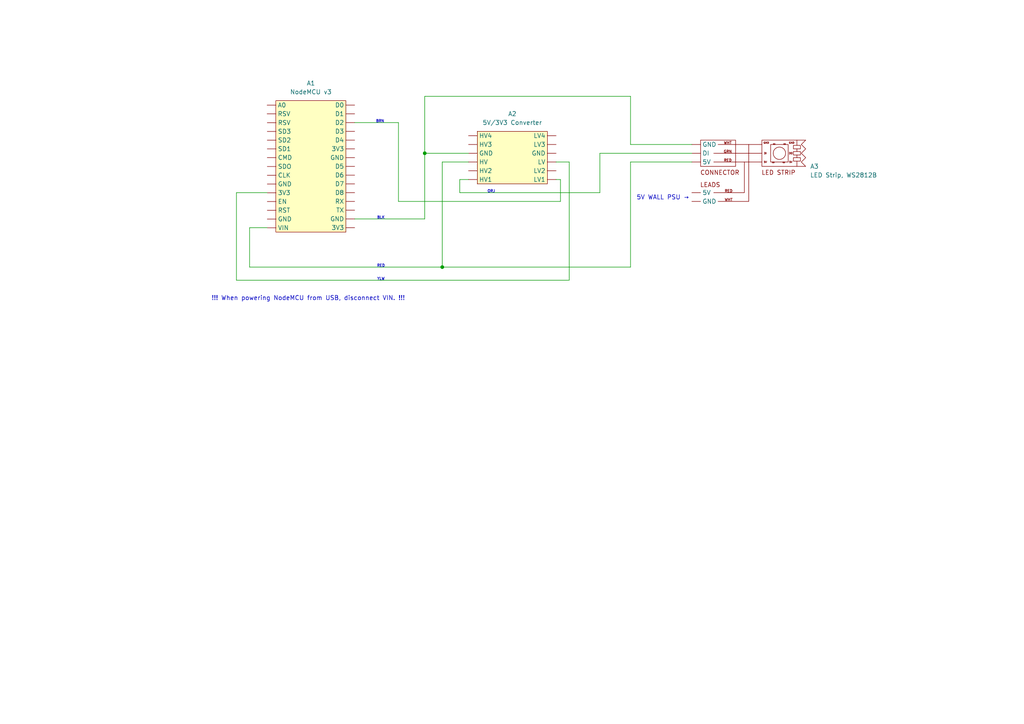
<source format=kicad_sch>
(kicad_sch (version 20231120) (generator "eeschema") (generator_version "8.0")
  (paper "A4")
  (lib_symbols
    (symbol "e131_symbols:led_strip_ws2812b"
      (property "Reference" "A" (at 0 3.048 0))
      (property "Value" "LED Strip, WS2812B" (at 0 1.016 0))
      (symbol "led_strip_ws2812b_0_1"
        (rectangle (start -6.35 -2.54) (end 3.81 -10.16))
      )
      (symbol "led_strip_ws2812b_1_1"
        (polyline (pts (xy -2.54 -8.89) (xy 11.43 -8.89)))
        (polyline (pts (xy -2.54 -6.35) (xy 11.43 -6.35)))
        (polyline (pts (xy -1.27 -3.81) (xy 11.43 -3.81)))
        (polyline (pts (xy 21.59 -8.636) (xy 21.59 -10.16)))
        (polyline (pts (xy 21.59 -6.858) (xy 21.59 -7.62)))
        (polyline (pts (xy 21.59 -5.08) (xy 21.59 -5.842)))
        (polyline (pts (xy 21.59 -2.54) (xy 21.59 -4.064)))
        (polyline (pts (xy -2.54 -17.78) (xy 6.35 -17.78) (xy 6.35 -8.89)))
        (polyline (pts (xy -1.27 -20.32) (xy 7.62 -20.32) (xy 7.62 -3.81)))
        (polyline (pts (xy 24.13 -2.54) (xy 11.43 -2.54) (xy 11.43 -10.16) (xy 24.13 -10.16) (xy 22.86 -8.89) (xy 24.13 -7.62) (xy 22.86 -6.35) (xy 24.13 -5.08) (xy 22.86 -3.81) (xy 24.13 -2.54)))
        (rectangle (start 13.97 -3.81) (end 19.05 -8.89))
        (rectangle (start 14.478 -8.89) (end 14.986 -9.144))
        (rectangle (start 14.732 -3.556) (end 15.24 -3.81))
        (circle (center 16.51 -6.35) (radius 1.7961))
        (rectangle (start 17.526 -8.89) (end 18.034 -9.144))
        (rectangle (start 17.78 -3.556) (end 18.288 -3.81))
        (rectangle (start 20.574 -7.62) (end 22.606 -8.636))
        (rectangle (start 20.574 -5.842) (end 22.606 -6.858))
        (rectangle (start 20.574 -4.064) (end 22.606 -5.08))
        (text "5V" (at 12.446 -8.89 0) (effects (font (size 0.508 0.508))))
        (text "5V" (at 19.812 -8.89 0) (effects (font (size 0.508 0.508))))
        (text "CONNECTOR" (at -0.762 -11.938 0) (effects (font (size 1.27 1.27))))
        (text "DI" (at 12.446 -6.35 0) (effects (font (size 0.508 0.508))))
        (text "DO" (at 19.812 -6.35 0) (effects (font (size 0.508 0.508))))
        (text "GND" (at 12.7 -3.302 0) (effects (font (size 0.508 0.508))))
        (text "GND" (at 20.066 -3.302 0) (effects (font (size 0.508 0.508))))
        (text "GRN" (at 1.524 -5.842 0) (effects (font (size 0.762 0.762))))
        (text "LEADS" (at -3.556 -15.494 0) (effects (font (size 1.27 1.27))))
        (text "LED STRIP" (at 16.256 -11.938 0) (effects (font (size 1.27 1.27))))
        (text "RED" (at 1.524 -8.382 0) (effects (font (size 0.762 0.762))))
        (text "RED" (at 1.778 -17.272 0) (effects (font (size 0.762 0.762))))
        (text "WHT" (at 1.524 -3.302 0) (effects (font (size 0.762 0.762))))
        (text "WHT" (at 1.778 -19.812 0) (effects (font (size 0.762 0.762))))
        (pin input line (at -8.89 -17.78 0) (length 2.54) (name "5V") (number ""))
        (pin input line (at -8.89 -8.89 0) (length 2.54) (name "5V") (number ""))
        (pin input line (at -8.89 -6.35 0) (length 2.54) (name "DI") (number ""))
        (pin input line (at -8.89 -20.32 0) (length 2.54) (name "GND") (number ""))
        (pin input line (at -8.89 -3.81 0) (length 2.54) (name "GND") (number ""))
      )
    )
    (symbol "e131_symbols:logic_level_converter"
      (property "Reference" "A" (at -0.254 5.08 0))
      (property "Value" "5V/3V3 Converter" (at -0.254 3.048 0))
      (symbol "logic_level_converter_1_1"
        (rectangle (start -10.16 1.27) (end 10.16 -13.97) (fill (type background)))
        (pin input line (at -12.7 -5.08 0) (length 2.54) (name "GND") (number ""))
        (pin input line (at 12.7 -5.08 180) (length 2.54) (name "GND") (number ""))
        (pin input line (at -12.7 -7.62 0) (length 2.54) (name "HV") (number ""))
        (pin bidirectional line (at -12.7 -12.7 0) (length 2.54) (name "HV1") (number ""))
        (pin bidirectional line (at -12.7 -10.16 0) (length 2.54) (name "HV2") (number ""))
        (pin bidirectional line (at -12.7 -2.54 0) (length 2.54) (name "HV3") (number ""))
        (pin bidirectional line (at -12.7 0 0) (length 2.54) (name "HV4") (number ""))
        (pin input line (at 12.7 -7.62 180) (length 2.54) (name "LV") (number ""))
        (pin bidirectional line (at 12.7 -12.7 180) (length 2.54) (name "LV1") (number ""))
        (pin bidirectional line (at 12.7 -10.16 180) (length 2.54) (name "LV2") (number ""))
        (pin bidirectional line (at 12.7 -2.54 180) (length 2.54) (name "LV3") (number ""))
        (pin bidirectional line (at 12.7 0 180) (length 2.54) (name "LV4") (number ""))
      )
    )
    (symbol "e131_symbols:nodemcu"
      (property "Reference" "A" (at -9.398 2.286 0))
      (property "Value" "NodeMCU v3" (at -3.7585 -35.5969 0))
      (symbol "nodemcu_1_1"
        (rectangle (start -10.16 1.27) (end 10.16 -36.83) (fill (type background)))
        (pin input line (at -12.6485 -25.4369 0) (length 2.54) (name "3V3") (number ""))
        (pin input line (at 12.7 -35.56 180) (length 2.54) (name "3V3") (number ""))
        (pin input line (at 12.7 -12.7 180) (length 2.54) (name "3V3") (number ""))
        (pin input line (at -12.7 -0.0145 0) (length 2.54) (name "A0") (number ""))
        (pin input line (at -12.6485 -20.3569 0) (length 2.54) (name "CLK") (number ""))
        (pin input line (at -12.6564 -15.2281 0) (length 2.54) (name "CMD") (number ""))
        (pin input line (at 12.7 0 180) (length 2.54) (name "D0") (number ""))
        (pin input line (at 12.7 -2.54 180) (length 2.54) (name "D1") (number ""))
        (pin input line (at 12.7 -5.08 180) (length 2.54) (name "D2") (number ""))
        (pin input line (at 12.7 -7.62 180) (length 2.54) (name "D3") (number ""))
        (pin input line (at 12.7 -10.16 180) (length 2.54) (name "D4") (number ""))
        (pin input line (at 12.7 -17.78 180) (length 2.54) (name "D5") (number ""))
        (pin input line (at 12.7 -20.32 180) (length 2.54) (name "D6") (number ""))
        (pin input line (at 12.7 -22.86 180) (length 2.54) (name "D7") (number ""))
        (pin input line (at 12.7 -25.4 180) (length 2.54) (name "D8") (number ""))
        (pin input line (at -12.6485 -27.9769 0) (length 2.54) (name "EN") (number ""))
        (pin input line (at -12.6485 -33.0569 0) (length 2.54) (name "GND") (number ""))
        (pin input line (at -12.6485 -22.8969 0) (length 2.54) (name "GND") (number ""))
        (pin input line (at 12.7 -33.02 180) (length 2.54) (name "GND") (number ""))
        (pin input line (at 12.7 -15.24 180) (length 2.54) (name "GND") (number ""))
        (pin input line (at -12.6485 -30.5169 0) (length 2.54) (name "RST") (number ""))
        (pin input line (at -12.7 -2.54 0) (length 2.54) (name "RSV") (number ""))
        (pin input line (at -12.6484 -5.1169 0) (length 2.54) (name "RSV") (number ""))
        (pin input line (at 12.7 -27.94 180) (length 2.54) (name "RX") (number ""))
        (pin input line (at -12.6564 -12.7026 0) (length 2.54) (name "SD1") (number ""))
        (pin input line (at -12.6564 -10.1772 0) (length 2.54) (name "SD2") (number ""))
        (pin input line (at -12.6564 -7.6517 0) (length 2.54) (name "SD3") (number ""))
        (pin input line (at -12.6485 -17.8169 0) (length 2.54) (name "SDO") (number ""))
        (pin input line (at 12.7 -30.48 180) (length 2.54) (name "TX") (number ""))
        (pin input line (at -12.6485 -35.5969 0) (length 2.54) (name "VIN") (number ""))
      )
    )
  )
  (junction (at 123.19 44.45))
  (junction (at 128.27 77.47))
  (wire (pts (xy 182.88 46.99) (xy 200.66 46.99)))
  (wire (pts (xy 133.35 52.07) (xy 135.89 52.07)))
  (wire (pts (xy 128.27 46.99) (xy 135.89 46.99)))
  (wire (pts (xy 115.57 35.56) (xy 115.57 58.42)))
  (wire (pts (xy 102.87 63.5) (xy 123.19 63.5)))
  (wire (pts (xy 162.56 52.07) (xy 161.29 52.07)))
  (wire (pts (xy 128.27 77.47) (xy 128.27 46.99)))
  (wire (pts (xy 102.87 35.56) (xy 115.57 35.56)))
  (wire (pts (xy 68.58 81.28) (xy 165.1 81.28)))
  (wire (pts (xy 162.56 58.42) (xy 162.56 52.07)))
  (wire (pts (xy 173.99 55.88) (xy 133.35 55.88)))
  (wire (pts (xy 200.66 44.45) (xy 173.99 44.45)))
  (wire (pts (xy 133.35 55.88) (xy 133.35 52.07)))
  (wire (pts (xy 182.88 27.94) (xy 182.88 41.91)))
  (wire (pts (xy 182.88 41.91) (xy 200.66 41.91)))
  (wire (pts (xy 165.1 81.28) (xy 165.1 46.99)))
  (wire (pts (xy 77.47 66.04) (xy 72.39 66.04)))
  (wire (pts (xy 123.19 44.45) (xy 135.89 44.45)))
  (wire (pts (xy 123.19 63.5) (xy 123.19 44.45)))
  (wire (pts (xy 182.88 77.47) (xy 182.88 46.99)))
  (wire (pts (xy 173.99 44.45) (xy 173.99 55.88)))
  (wire (pts (xy 165.1 46.99) (xy 161.29 46.99)))
  (wire (pts (xy 123.19 27.94) (xy 182.88 27.94)))
  (wire (pts (xy 123.19 44.45) (xy 123.19 27.94)))
  (wire (pts (xy 72.39 77.47) (xy 128.27 77.47)))
  (wire (pts (xy 128.27 77.47) (xy 182.88 77.47)))
  (wire (pts (xy 115.57 58.42) (xy 162.56 58.42)))
  (wire (pts (xy 77.47 55.88) (xy 68.58 55.88)))
  (wire (pts (xy 72.39 66.04) (xy 72.39 77.47)))
  (wire (pts (xy 68.58 55.88) (xy 68.58 81.28)))
  (text "5V WALL PSU →" (at 192.278 57.404 0) (effects (font (size 1.27 1.27))))
  (text "BRN" (at 110.236 35.306 0) (effects (font (size 0.762 0.762))))
  (text "RED" (at 110.49 77.216 0) (effects (font (size 0.762 0.762))))
  (text "!!! When powering NodeMCU from USB, disconnect VIN. !!!" (at 89.408 86.614 0) (effects (font (size 1.27 1.27))))
  (text "ORJ" (at 142.494 55.626 0) (effects (font (size 0.762 0.762))))
  (text "YLW" (at 110.49 81.026 0) (effects (font (size 0.762 0.762))))
  (text "BLK" (at 110.49 63.246 0) (effects (font (size 0.762 0.762))))
  (symbol (lib_id "e131_symbols:led_strip_ws2812b") (at 209.55 38.1 0) (unit 1)
    (property "Reference" "A3" (at 234.95 48.2599 0) (effects (justify left)))
    (property "Value" "LED Strip, WS2812B" (at 234.95 50.7999 0) (effects (justify left)))
  )
  (symbol (lib_id "e131_symbols:nodemcu") (at 90.17 30.48 0) (unit 1)
    (property "Reference" "A1" (at 90.17 24.13 0))
    (property "Value" "NodeMCU v3" (at 90.17 26.67 0))
  )
  (symbol (lib_id "e131_symbols:logic_level_converter") (at 148.59 39.37 0) (unit 1)
    (property "Reference" "A2" (at 148.59 33.02 0))
    (property "Value" "5V/3V3 Converter" (at 148.59 35.56 0))
  )
)
</source>
